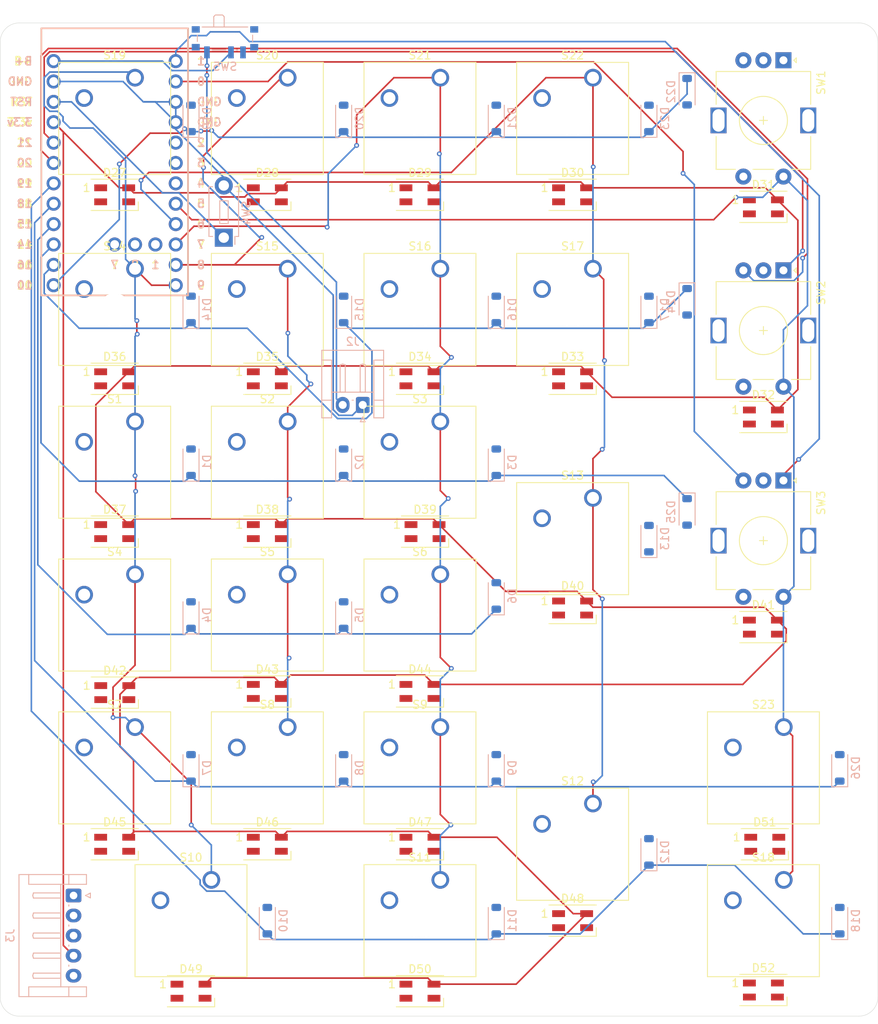
<source format=kicad_pcb>
(kicad_pcb (version 20240108) (generator "pcbnew") (generator_version "8.0")
  (layers (0 "F.Cu" signal) (31 "B.Cu" signal) (34 "B.Paste" user) (35 "F.Paste" user) (36 "B.SilkS" user "B.Silkscreen") (37 "F.SilkS" user "F.Silkscreen") (38 "B.Mask" user) (39 "F.Mask" user) (44 "Edge.Cuts" user))
  (net 0 "")
  (net 1 "Net-(D1-A)")
  (net 2 "Row 3")
  (net 3 "Net-(D2-A)")
  (net 4 "Net-(D3-A)")
  (net 5 "Row 4")
  (net 6 "Net-(D4-A)")
  (net 7 "Net-(D5-A)")
  (net 8 "Net-(D6-A)")
  (net 9 "Column 4")
  (net 10 "Net-(D7-A)")
  (net 11 "Net-(D8-A)")
  (net 12 "Net-(D9-A)")
  (net 13 "Net-(D10-A)")
  (net 14 "Row 6")
  (net 15 "Net-(D11-A)")
  (net 16 "Net-(D12-A)")
  (net 17 "Net-(D13-A)")
  (net 18 "Row 2")
  (net 19 "Net-(D14-A)")
  (net 20 "Net-(D15-A)")
  (net 21 "Net-(D16-A)")
  (net 22 "Net-(D17-A)")
  (net 23 "Net-(D18-A)")
  (net 24 "Row 1")
  (net 25 "Net-(D19-A)")
  (net 26 "Net-(D20-A)")
  (net 27 "Net-(D21-A)")
  (net 28 "Net-(D22-A)")
  (net 29 "Net-(D23-A)")
  (net 30 "Net-(D24-A)")
  (net 31 "Net-(D25-A)")
  (net 32 "Net-(D26-A)")
  (net 33 "VCC")
  (net 34 "Net-(D27-DOUT)")
  (net 35 "GND")
  (net 36 "RGB")
  (net 37 "Net-(D28-DOUT)")
  (net 38 "Net-(D29-DOUT)")
  (net 39 "Net-(D30-DOUT)")
  (net 40 "Net-(D31-DOUT)")
  (net 41 "Net-(D32-DOUT)")
  (net 42 "Net-(D33-DOUT)")
  (net 43 "Net-(D34-DOUT)")
  (net 44 "Net-(D35-DOUT)")
  (net 45 "Net-(D36-DOUT)")
  (net 46 "Net-(D37-DOUT)")
  (net 47 "Net-(D38-DOUT)")
  (net 48 "Net-(D39-DOUT)")
  (net 49 "Net-(D40-DOUT)")
  (net 50 "Net-(D40-DIN)")
  (net 51 "Net-(D41-DOUT)")
  (net 52 "Net-(D42-DOUT)")
  (net 53 "Net-(D43-DOUT)")
  (net 54 "Net-(D44-DOUT)")
  (net 55 "Net-(D45-DOUT)")
  (net 56 "Net-(D46-DOUT)")
  (net 57 "Net-(D47-DOUT)")
  (net 58 "Net-(D49-DOUT)")
  (net 59 "Net-(D50-DOUT)")
  (net 60 "Net-(D51-DOUT)")
  (net 62 "SDA")
  (net 63 "INT")
  (net 64 "Net-(J2-Pin_2)")
  (net 65 "Column 1")
  (net 66 "Column 2")
  (net 67 "Column 3")
  (net 68 "Column 5")
  (net 69 "B1")
  (net 70 "A1")
  (net 71 "A2")
  (net 72 "B2")
  (net 73 "B3")
  (net 74 "A3")
  (net 75 "RST")
  (net 76 "B+")
  (net 77 "SCL")
  (net 81 "Row 5")
  (footprint "Button_Switch_Keyboard:SW_Cherry_MX_1.00u_PCB" (layer "F.Cu") (at 107.315 156.845)
    (property "Reference" "S11")
    (property "Value" "Keyswitch")
  )
  (footprint "Button_Switch_Keyboard:SW_Cherry_MX_1.00u_PCB" (layer "F.Cu") (at 126.365 109.22)
    (property "Reference" "S13")
    (property "Value" "Keyswitch")
  )
  (footprint "LED_SMD:LED_SK6812MINI_PLCC4_3.5x3.5mm_P1.75mm" (layer "F.Cu") (at 147.6375 170.575)
    (property "Reference" "D52")
    (property "Value" "LED_SK6812MINI")
  )
  (footprint "LED_SMD:LED_SK6812MINI_PLCC4_3.5x3.5mm_P1.75mm" (layer "F.Cu") (at 85.725 71.4375)
    (property "Reference" "D28")
    (property "Value" "LED_SK6812MINI")
  )
  (footprint "Button_Switch_Keyboard:SW_Cherry_MX_1.00u_PCB" (layer "F.Cu") (at 126.365 147.32)
    (property "Reference" "S12")
    (property "Value" "Keyswitch")
  )
  (footprint "Button_Switch_Keyboard:SW_Cherry_MX_1.00u_PCB" (layer "F.Cu") (at 69.215 80.645)
    (property "Reference" "S14")
    (property "Value" "Keyswitch")
  )
  (footprint "LED_SMD:LED_SK6812MINI_PLCC4_3.5x3.5mm_P1.75mm" (layer "F.Cu") (at 105.40625 113.425)
    (property "Reference" "D39")
    (property "Value" "LED_SK6812MINI")
  )
  (footprint "Button_Switch_Keyboard:SW_Cherry_MX_1.00u_PCB" (layer "F.Cu") (at 88.265 118.745)
    (property "Reference" "S5")
    (property "Value" "Keyswitch")
  )
  (footprint "Button_Switch_Keyboard:SW_Cherry_MX_1.00u_PCB" (layer "F.Cu") (at 126.365 80.645)
    (property "Reference" "S17")
    (property "Value" "Keyswitch")
  )
  (footprint "Rotary_Encoder:RotaryEncoder_Alps_EC11E-Switch_Vertical_H20mm" (layer "F.Cu") (at 150.1375 80.85625 -90)
    (property "Reference" "SW2")
    (property "Value" "RotaryEncoder_Switch_MP")
  )
  (footprint "LED_SMD:LED_SK6812MINI_PLCC4_3.5x3.5mm_P1.75mm" (layer "F.Cu") (at 123.825 161.925)
    (property "Reference" "D48")
    (property "Value" "LED_SK6812MINI")
  )
  (footprint "LED_SMD:LED_SK6812MINI_PLCC4_3.5x3.5mm_P1.75mm" (layer "F.Cu") (at 66.675 71.4375)
    (property "Reference" "D27")
    (property "Value" "LED_SK6812MINI")
  )
  (footprint "Button_Switch_Keyboard:SW_Cherry_MX_1.00u_PCB" (layer "F.Cu") (at 88.265 80.645)
    (property "Reference" "S15")
    (property "Value" "Keyswitch")
  )
  (footprint "LED_SMD:LED_SK6812MINI_PLCC4_3.5x3.5mm_P1.75mm" (layer "F.Cu") (at 85.725 113.425)
    (property "Reference" "D38")
    (property "Value" "LED_SK6812MINI")
  )
  (footprint "Button_Switch_Keyboard:SW_Cherry_MX_1.00u_PCB" (layer "F.Cu") (at 150.1775 137.795)
    (property "Reference" "S23")
    (property "Value" "Keyswitch")
  )
  (footprint "LED_SMD:LED_SK6812MINI_PLCC4_3.5x3.5mm_P1.75mm" (layer "F.Cu") (at 66.69 133.4975)
    (property "Reference" "D42")
    (property "Value" "LED_SK6812MINI")
  )
  (footprint "LED_SMD:LED_SK6812MINI_PLCC4_3.5x3.5mm_P1.75mm" (layer "F.Cu") (at 123.825 71.4375)
    (property "Reference" "D30")
    (property "Value" "LED_SK6812MINI")
  )
  (footprint "Rotary_Encoder:RotaryEncoder_Alps_EC11E-Switch_Vertical_H20mm" (layer "F.Cu") (at 150.1375 54.6625 -90)
    (property "Reference" "SW1")
    (property "Value" "RotaryEncoder_Switch_MP")
  )
  (footprint "LED_SMD:LED_SK6812MINI_PLCC4_3.5x3.5mm_P1.75mm" (layer "F.Cu") (at 85.725 94.375)
    (property "Reference" "D35")
    (property "Value" "LED_SK6812MINI")
  )
  (footprint "LED_SMD:LED_SK6812MINI_PLCC4_3.5x3.5mm_P1.75mm" (layer "F.Cu") (at 147.6375 72.9375)
    (property "Reference" "D31")
    (property "Value" "LED_SK6812MINI")
  )
  (footprint "Button_Switch_Keyboard:SW_Cherry_MX_1.00u_PCB" (layer "F.Cu") (at 88.265 137.795)
    (property "Reference" "S8")
    (property "Value" "Keyswitch")
  )
  (footprint "Button_Switch_Keyboard:SW_Cherry_MX_1.00u_PCB" (layer "F.Cu") (at 88.265 56.8325)
    (property "Reference" "S20")
    (property "Value" "Keyswitch")
  )
  (footprint "Button_Switch_Keyboard:SW_Cherry_MX_1.00u_PCB" (layer "F.Cu") (at 107.315 118.745)
    (property "Reference" "S6")
    (property "Value" "Keyswitch")
  )
  (footprint "LED_SMD:LED_SK6812MINI_PLCC4_3.5x3.5mm_P1.75mm" (layer "F.Cu") (at 147.6375 99.1375)
    (property "Reference" "D32")
    (property "Value" "LED_SK6812MINI")
  )
  (footprint "LED_SMD:LED_SK6812MINI_PLCC4_3.5x3.5mm_P1.75mm" (layer "F.Cu") (at 76.2 170.71975)
    (property "Reference" "D49")
    (property "Value" "LED_SK6812MINI")
  )
  (footprint "LED_SMD:LED_SK6812MINI_PLCC4_3.5x3.5mm_P1.75mm" (layer "F.Cu") (at 66.675 113.425)
    (property "Reference" "D37")
    (property "Value" "LED_SK6812MINI")
  )
  (footprint "Button_Switch_Keyboard:SW_Cherry_MX_1.00u_PCB" (layer "F.Cu") (at 88.265 99.695)
    (property "Reference" "S2")
    (property "Value" "Keyswitch")
  )
  (footprint "Button_Switch_Keyboard:SW_Cherry_MX_1.00u_PCB" (layer "F.Cu") (at 78.74 156.845)
    (property "Reference" "S10")
    (property "Value" "Keyswitch")
  )
  (footprint "Button_Switch_Keyboard:SW_Cherry_MX_1.00u_PCB" (layer "F.Cu") (at 150.1775 156.845)
    (property "Reference" "S18")
    (property "Value" "Keyswitch")
  )
  (footprint "Button_Switch_Keyboard:SW_Cherry_MX_1.00u_PCB" (layer "F.Cu") (at 107.315 56.8325)
    (property "Reference" "S21")
    (property "Value" "Keyswitch")
  )
  (footprint "LED_SMD:LED_SK6812MINI_PLCC4_3.5x3.5mm_P1.75mm" (layer "F.Cu") (at 123.825 122.95)
    (property "Reference" "D40")
    (property "Value" "LED_SK6812MINI")
  )
  (footprint "Button_Switch_Keyboard:SW_Cherry_MX_1.00u_PCB" (layer "F.Cu") (at 69.215 56.8325)
    (property "Reference" "S19")
    (property "Value" "Keyswitch")
  )
  (footprint "Button_Switch_Keyboard:SW_Cherry_MX_1.00u_PCB" (layer "F.Cu") (at 126.365 56.8325)
    (property "Reference" "S22")
    (property "Value" "Keyswitch")
  )
  (footprint "Button_Switch_Keyboard:SW_Cherry_MX_1.00u_PCB" (layer "F.Cu") (at 107.315 80.645)
    (property "Reference" "S16")
    (property "Value" "Keyswitch")
  )
  (footprint "Button_Switch_Keyboard:SW_Cherry_MX_1.00u_PCB" (layer "F.Cu") (at 69.215 99.695)
    (property "Reference" "S1")
    (property "Value" "Keyswitch")
  )
  (footprint "Button_Switch_Keyboard:SW_Cherry_MX_1.00u_PCB" (layer "F.Cu") (at 107.315 137.795)
    (property "Reference" "S9")
    (property "Value" "Keyswitch")
  )
  (footprint "LED_SMD:LED_SK6812MINI_PLCC4_3.5x3.5mm_P1.75mm" (layer "F.Cu") (at 104.775 94.375)
    (property "Reference" "D34")
    (property "Value" "LED_SK6812MINI")
  )
  (footprint "LED_SMD:LED_SK6812MINI_PLCC4_3.5x3.5mm_P1.75mm" (layer "F.Cu") (at 147.80625 152.4)
    (property "Reference" "D51")
    (property "Value" "LED_SK6812MINI")
  )
  (footprint "LED_SMD:LED_SK6812MINI_PLCC4_3.5x3.5mm_P1.75mm" (layer "F.Cu") (at 147.6375 125.33125)
    (property "Reference" "D41")
    (property "Value" "LED_SK6812MINI")
  )
  (footprint "Button_Switch_Keyboard:SW_Cherry_MX_1.00u_PCB" (layer "F.Cu") (at 69.215 137.795)
    (property "Reference" "S7")
    (property "Value" "Keyswitch")
  )
  (footprint "Button_Switch_Keyboard:SW_Cherry_MX_1.00u_PCB" (layer "F.Cu") (at 107.315 99.695)
    (property "Reference" "S3")
    (property "Value" "Keyswitch")
  )
  (footprint "LED_SMD:LED_SK6812MINI_PLCC4_3.5x3.5mm_P1.75mm" (layer "F.Cu") (at 104.775 133.35)
    (property "Reference" "D44")
    (property "Value" "LED_SK6812MINI")
  )
  (footprint "Button_Switch_Keyboard:SW_Cherry_MX_1.00u_PCB" (layer "F.Cu") (at 69.215 118.745)
    (property "Reference" "S4")
    (property "Value" "Keyswitch")
  )
  (footprint "LED_SMD:LED_SK6812MINI_PLCC4_3.5x3.5mm_P1.75mm" (layer "F.Cu") (at 104.775 71.4375)
    (property "Reference" "D29")
    (property "Value" "LED_SK6812MINI")
  )
  (footprint "LED_SMD:LED_SK6812MINI_PLCC4_3.5x3.5mm_P1.75mm" (layer "F.Cu") (at 104.775 152.4)
    (property "Reference" "D47")
    (property "Value" "LED_SK6812MINI")
  )
  (footprint "LED_SMD:LED_SK6812MINI_PLCC4_3.5x3.5mm_P1.75mm" (layer "F.Cu") (at 66.675 94.375)
    (property "Reference" "D36")
    (property "Value" "LED_SK6812MINI")
  )
  (footprint "LED_SMD:LED_SK6812MINI_PLCC4_3.5x3.5mm_P1.75mm" (layer "F.Cu") (at 104.775 170.71975)
    (property "Reference" "D50")
    (property "Value" "LED_SK6812MINI")
  )
  (footprint "LED_SMD:LED_SK6812MINI_PLCC4_3.5x3.5mm_P1.75mm" (layer "F.Cu") (at 123.825 94.375)
    (property "Reference" "D33")
    (property "Value" "LED_SK6812MINI")
  )
  (footprint "Rotary_Encoder:RotaryEncoder_Alps_EC11E-Switch_Vertical_H20mm" (layer "F.Cu") (at 150.1375 107.05 -90)
    (property "Reference" "SW3")
    (property "Value" "RotaryEncoder_Switch_MP")
  )
  (footprint "LED_SMD:LED_SK6812MINI_PLCC4_3.5x3.5mm_P1.75mm" (layer "F.Cu") (at 85.725 152.4)
    (property "Reference" "D46")
    (property "Value" "LED_SK6812MINI")
  )
  (footprint "LED_SMD:LED_SK6812MINI_PLCC4_3.5x3.5mm_P1.75mm" (layer "F.Cu") (at 85.725 133.35)
    (property "Reference" "D43")
    (property "Value" "LED_SK6812MINI")
  )
  (footprint "LED_SMD:LED_SK6812MINI_PLCC4_3.5x3.5mm_P1.75mm" (layer "F.Cu") (at 66.675 152.4)
    (property "Reference" "D45")
    (property "Value" "LED_SK6812MINI")
  )
  (footprint "Diode_SMD:D_SOD-123" (layer "B.Cu") (at 133.35 114.3 90)
    (property "Reference" "D13")
    (property "Value" "Diode")
  )
  (footprint "Diode_SMD:D_SOD-123" (layer "B.Cu") (at 114.3 61.9125 90)
    (property "Reference" "D21")
    (property "Value" "1N4148WT")
  )
  (footprint "Diode_SMD:D_SOD-123" (layer "B.Cu") (at 114.3 121.44375 90)
    (property "Reference" "D6")
    (property "Value" "Diode")
  )
  (footprint "Diode_SMD:D_SOD-123" (layer "B.Cu") (at 138.1125 110.96625 -90)
    (property "Reference" "D25")
    (property "Value" "1N4148WT")
  )
  (footprint "Diode_SMD:D_SOD-123" (layer "B.Cu") (at 114.3 142.875 90)
    (property "Reference" "D9")
    (property "Value" "Diode")
  )
  (footprint "Diode_SMD:D_SOD-123" (layer "B.Cu") (at 114.3 104.775 90)
    (property "Reference" "D3")
    (property "Value" "Diode")
  )
  (footprint "Diode_SMD:D_SOD-123" (layer "B.Cu") (at 95.25 142.875 90)
    (property "Reference" "D8")
    (property "Value" "Diode")
  )
  (footprint "Diode_SMD:D_SOD-123" (layer "B.Cu") (at 95.25 123.825 90)
    (property "Reference" "D5")
    (property "Value" "Diode")
  )
  (footprint "Diode_SMD:D_SOD-123" (layer "B.Cu") (at 157.1625 142.875 90)
    (property "Reference" "D26")
    (property "Value" "Diode")
  )
  (footprint "Diode_SMD:D_SOD-123" (layer "B.Cu") (at 133.35 153.3525 90)
    (property "Reference" "D12")
    (property "Value" "Diode")
  )
  (footprint "Connector_JST:JST_EH_S5B-EH_1x05_P2.50mm_Horizontal" (layer "B.Cu") (at 61.5425 158.7875 -90)
    (property "Reference" "J3")
    (property "Value" "Conn_01x05_Pin")
  )
  (footprint "Diode_SMD:D_SOD-123" (layer "B.Cu") (at 76.2 85.725 90)
    (property "Reference" "D14")
    (property "Value" "Diode")
  )
  (footprint "Diode_SMD:D_SOD-123" (layer "B.Cu") (at 133.35 85.725 90)
    (property "Reference" "D17")
    (property "Value" "Diode")
  )
  (footprint "Button_Switch_SMD:SW_SPDT_PCM12" (layer "B.Cu") (at 80.44 52.2475)
    (property "Reference" "SW5")
    (property "Value" "SW_SPST")
  )
  (footprint "ScottoKeebs_Components:Button_MJTP1243" (layer "B.Cu") (at 80.29 76.7775 90)
    (property "Reference" "SW4")
    (property "Value" "SW_Push")
  )
  (footprint "Diode_SMD:D_SOD-123" (layer "B.Cu") (at 138.1125 84.7725 -90)
    (property "Reference" "D24")
    (property "Value" "1N4148WT")
  )
  (footprint "Diode_SMD:D_SOD-123" (layer "B.Cu") (at 76.2 142.875 90)
    (property "Reference" "D7")
    (property "Value" "Diode")
  )
  (footprint "Diode_SMD:D_SOD-123" (layer "B.Cu") (at 95.25 104.775 90)
    (property "Reference" "D2")
    (property "Value" "Diode")
  )
  (footprint "Diode_SMD:D_SOD-123" (layer "B.Cu") (at 114.3 85.725 90)
    (property "Reference" "D16")
    (property "Value" "Diode")
  )
  (footprint "Diode_SMD:D_SOD-123" (layer "B.Cu") (at 95.25 85.725 90)
    (property "Reference" "D15")
    (property "Value" "Diode")
  )
  (footprint "Connector_JST:JST_EH_S2B-EH_1x02_P2.50mm_Horizontal" (layer "B.Cu") (at 97.63125 97.63125 180)
    (property "Reference" "J2")
    (property "Value" "Conn_01x02_Socket")
  )
  (footprint "Diode_SMD:D_SOD-123" (layer "B.Cu") (at 95.25 61.9125 90)
    (property "Reference" "D20")
    (property "Value" "1N4148WT")
  )
  (footprint "Diode_SMD:D_SOD-123" (layer "B.Cu") (at 76.2 104.775 90)
    (property "Reference" "D1")
    (property "Value" "Diode")
  )
  (footprint "Diode_SMD:D_SOD-123" (layer "B.Cu") (at 114.3 161.925 90)
    (property "Reference" "D11")
    (property "Value" "Diode")
  )
  (footprint "Diode_SMD:D_SOD-123" (layer "B.Cu") (at 138.1125 58.57875 -90)
    (property "Reference" "D22")
    (property "Value" "1N4148WT")
  )
  (footprint "Diode_SMD:D_SOD-123" (layer "B.Cu") (at 133.35 61.9125 90)
    (property "Reference" "D23")
    (property "Value" "1N4148WT")
  )
  (footprint "Diode_SMD:D_SOD-123" (layer "B.Cu") (at 76.2 123.825 90)
    (property "Reference" "D4")
    (property "Value" "Diode")
  )
  (footprint "ScottoKeebs_MCU:Nice_Nano_V2" (layer "B.Cu") (at 66.675 68.45875 180)
    (property "Reference" "U1" (hide yes))
    (property "Value" "Nice_Nano_V2" (hide yes))
  )
  (footprint "Diode_SMD:D_SOD-123" (layer "B.Cu") (at 157.1625 161.925 90)
    (property "Reference" "D18")
    (property "Value" "Diode")
  )
  (footprint "Diode_SMD:D_SOD-123" (layer "B.Cu") (at 76.2 61.9125 90)
    (property "Reference" "D19")
    (property "Value" "Diode")
  )
  (footprint "Diode_SMD:D_SOD-123" (layer "B.Cu") (at 85.725 161.925 90)
    (property "Reference" "D10")
    (property "Value" "Diode")
  )
  (gr_arc (start 161.925 171.45) (mid 161.227548 173.133798) (end 159.54375 173.83125) (stroke (width 0.05)) (layer "Edge.Cuts"))
  (gr_line (start 161.925 171.45) (end 161.925 52.3875) (stroke (width 0.05)) (layer "Edge.Cuts"))
  (gr_arc (start 52.3875 52.3875) (mid 53.084952 50.703702) (end 54.76875 50.00625) (stroke (width 0.05)) (layer "Edge.Cuts"))
  (gr_arc (start 159.54375 50.00625) (mid 161.227548 50.703702) (end 161.925 52.3875) (stroke (width 0.05)) (layer "Edge.Cuts"))
  (gr_line (start 52.3875 52.3875) (end 52.3875 171.45) (stroke (width 0.05)) (layer "Edge.Cuts"))
  (gr_line (start 54.76875 173.83125) (end 159.54375 173.83125) (stroke (width 0.05)) (layer "Edge.Cuts"))
  (gr_arc (start 54.76875 173.83125) (mid 53.084952 173.133798) (end 52.3875 171.45) (stroke (width 0.05)) (layer "Edge.Cuts"))
  (gr_line (start 159.54375 50.00625) (end 54.76875 50.00625) (stroke (width 0.05)) (layer "Edge.Cuts"))
  (segment (start 95.25 106.425) (end 95.95 107.125) (width 0.2) (layer "B.Cu") (net 2))
  (segment (start 135.22125 106.425) (end 138.1125 109.31625) (width 0.2) (layer "B.Cu") (net 2))
  (segment (start 76.9 107.125) (end 94.55 107.125) (width 0.2) (layer "B.Cu") (net 2))
  (segment (start 59.055 77.62875) (end 57.4787 79.20505) (width 0.2) (layer "B.Cu") (net 2))
  (segment (start 62.26 107.1375) (end 75.4875 107.1375) (width 0.2) (layer "B.Cu") (net 2))
  (segment (start 114.3 106.425) (end 135.22125 106.425) (width 0.2) (layer "B.Cu") (net 2))
  (segment (start 57.4787 102.3562) (end 62.26 107.1375) (width 0.2) (layer "B.Cu") (net 2))
  (segment (start 76.2 106.425) (end 76.9 107.125) (width 0.2) (layer "B.Cu") (net 2))
  (segment (start 113.6 107.125) (end 114.3 106.425) (width 0.2) (layer "B.Cu") (net 2))
  (segment (start 94.55 107.125) (end 95.25 106.425) (width 0.2) (layer "B.Cu") (net 2))
  (segment (start 75.4875 107.1375) (end 76.2 106.425) (width 0.2) (layer "B.Cu") (net 2))
  (segment (start 95.95 107.125) (end 113.6 107.125) (width 0.2) (layer "B.Cu") (net 2))
  (segment (start 57.4787 79.20505) (end 57.4787 102.3562) (width 0.2) (layer "B.Cu") (net 2))
  (segment (start 95.95 126.175) (end 111.21875 126.175) (width 0.2) (layer "B.Cu") (net 5))
  (segment (start 95.25 125.475) (end 95.95 126.175) (width 0.2) (layer "B.Cu") (net 5))
  (segment (start 59.055 75.08875) (end 57.0787 77.06505) (width 0.2) (layer "B.Cu") (net 5))
  (segment (start 75.4375 126.2375) (end 76.2 125.475) (width 0.2) (layer "B.Cu") (net 5))
  (segment (start 76.9 126.175) (end 94.55 126.175) (width 0.2) (layer "B.Cu") (net 5))
  (segment (start 111.21875 126.175) (end 114.3 123.09375) (width 0.2) (layer "B.Cu") (net 5))
  (segment (start 65.764098 126.2375) (end 75.4375 126.2375) (width 0.2) (layer "B.Cu") (net 5))
  (segment (start 57.0787 117.552102) (end 65.764098 126.2375) (width 0.2) (layer "B.Cu") (net 5))
  (segment (start 76.2 125.475) (end 76.9 126.175) (width 0.2) (layer "B.Cu") (net 5))
  (segment (start 94.55 126.175) (end 95.25 125.475) (width 0.2) (layer "B.Cu") (net 5))
  (segment (start 57.0787 77.06505) (end 57.0787 117.552102) (width 0.2) (layer "B.Cu") (net 5))
  (segment (start 126.365 109.22) (end 126.365 120.6525) (width 0.2) (layer "F.Cu") (net 9))
  (segment (start 126.365 56.8325) (end 126.365 67.9225) (width 0.2) (layer "F.Cu") (net 9))
  (segment (start 127.704093 81.984093) (end 127.704093 92.001593) (width 0.2) (layer "F.Cu") (net 9))
  (segment (start 108.69245 68.64505) (end 120.505 56.8325) (width 0.2) (layer "F.Cu") (net 9))
  (segment (start 126.365 80.645) (end 127.704093 81.984093) (width 0.2) (layer "F.Cu") (net 9))
  (segment (start 126.365 120.6525) (end 127.53 121.8175) (width 0.2) (layer "F.Cu") (net 9))
  (segment (start 127.704093 92.001593) (end 127.8 92.0975) (width 0.2) (layer "F.Cu") (net 9))
  (segment (start 70.94245 68.64505) (end 108.69245 68.64505) (width 0.2) (layer "F.Cu") (net 9))
  (segment (start 126.365 104.3225) (end 126.365 109.22) (width 0.2) (layer "F.Cu") (net 9))
  (segment (start 120.505 56.8325) (end 126.365 56.8325) (width 0.2) (layer "F.Cu") (net 9))
  (segment (start 126.365 67.9225) (end 126.4 67.9575) (width 0.2) (layer "F.Cu") (net 9))
  (segment (start 126.4 144.625) (end 126.365 144.66) (width 0.2) (layer "F.Cu") (net 9))
  (segment (start 126.365 144.66) (end 126.365 147.32) (width 0.2) (layer "F.Cu") (net 9))
  (segment (start 69.96 69.6275) (end 70.94245 68.64505) (width 0.2) (layer "F.Cu") (net 9))
  (segment (start 127.52 103.1675) (end 126.365 104.3225) (width 0.2) (layer "F.Cu") (net 9))
  (via (at 127.8 92.0975) (size 0.6) (drill 0.3) (layers "F.Cu" "B.Cu") (net 9))
  (via (at 126.4 67.9575) (size 0.6) (drill 0.3) (layers "F.Cu" "B.Cu") (net 9))
  (via (at 69.96 69.6275) (size 0.6) (drill 0.3) (layers "F.Cu" "B.Cu") (net 9))
  (via (at 127.52 103.1675) (size 0.6) (drill 0.3) (layers "F.Cu" "B.Cu") (net 9))
  (via (at 126.4 144.625) (size 0.6) (drill 0.3) (layers "F.Cu" "B.Cu") (net 9))
  (via (at 127.53 121.8175) (size 0.6) (drill 0.3) (layers "F.Cu" "B.Cu") (net 9))
  (segment (start 126.365 144.825) (end 126.365 144.66) (width 0.2) (layer "B.Cu") (net 9))
  (segment (start 127.8 102.8875) (end 127.52 103.1675) (width 0.2) (layer "B.Cu") (net 9))
  (segment (start 126.365 67.9925) (end 126.365 80.645) (width 0.2) (layer "B.Cu") (net 9))
  (segment (start 126.365 144.66) (end 126.4 144.625) (width 0.2) (layer "B.Cu") (net 9))
  (segment (start 127.53 143.8375) (end 126.5425 144.825) (width 0.2) (layer "B.Cu") (net 9))
  (segment (start 126.4 67.9575) (end 126.365 67.9925) (width 0.2) (layer "B.Cu") (net 9))
  (segment (start 127.8 92.0975) (end 127.8 102.8875) (width 0.2) (layer "B.Cu") (net 9))
  (segment (start 127.53 121.8175) (end 127.53 143.8375) (width 0.2) (layer "B.Cu") (net 9))
  (segment (start 126.5425 144.825) (end 126.365 144.825) (width 0.2) (layer "B.Cu") (net 9))
  (segment (start 69.96 70.75375) (end 69.96 69.6275) (width 0.2) (layer "B.Cu") (net 9))
  (segment (start 74.295 75.08875) (end 69.96 70.75375) (width 0.2) (layer "B.Cu") (net 9))
  (segment (start 77.34 156.863402) (end 77.34 157.424899) (width 0.2) (layer "B.Cu") (net 14))
  (segment (start 59.055 70.00875) (end 56.2787 72.78505) (width 0.2) (layer "B.Cu") (net 14))
  (segment (start 114.3 163.575) (end 124.7775 163.575) (width 0.2) (layer "B.Cu") (net 14))
  (segment (start 56.2787 135.802102) (end 77.34 156.863402) (width 0.2) (layer "B.Cu") (net 14))
  (segment (start 78.160101 158.245) (end 80.395 158.245) (width 0.2) (layer "B.Cu") (net 14))
  (segment (start 152.610902 163.575) (end 157.1625 163.575) (width 0.2) (layer "B.Cu") (net 14))
  (segment (start 80.395 158.245) (end 85.725 163.575) (width 0.2) (layer "B.Cu") (net 14))
  (segment (start 144.038402 155.0025) (end 152.610902 163.575) (width 0.2) (layer "B.Cu") (net 14))
  (segment (start 56.2787 72.78505) (end 56.2787 135.802102) (width 0.2) (layer "B.Cu") (net 14))
  (segment (start 77.34 157.424899) (end 78.160101 158.245) (width 0.2) (layer "B.Cu") (net 14))
  (segment (start 85.725 163.575) (end 86.425 164.275) (width 0.2) (layer "B.Cu") (net 14))
  (segment (start 124.7775 163.575) (end 133.35 155.0025) (width 0.2) (layer "B.Cu") (net 14))
  (segment (start 86.425 164.275) (end 113.6 164.275) (width 0.2) (layer "B.Cu") (net 14))
  (segment (start 133.35 155.0025) (end 144.038402 155.0025) (width 0.2) (layer "B.Cu") (net 14))
  (segment (start 113.6 164.275) (end 114.3 163.575) (width 0.2) (layer "B.Cu") (net 14))
  (segment (start 57.8787 83.705756) (end 62.247944 88.075) (width 0.2) (layer "B.Cu") (net 18))
  (segment (start 95.25 87.375) (end 95.95 88.075) (width 0.2) (layer "B.Cu") (net 18))
  (segment (start 62.247944 88.075) (end 75.5 88.075) (width 0.2) (layer "B.Cu") (net 18))
  (segment (start 98.78125 98.615994) (end 98.78125 90.90625) (width 0.2) (layer "B.Cu") (net 18))
  (segment (start 75.5 88.075) (end 76.2 87.375) (width 0.2) (layer "B.Cu") (net 18))
  (segment (start 114.3 87.375) (end 115 88.075) (width 0.2) (layer "B.Cu") (net 18))
  (segment (start 59.055 80.16875) (end 57.8787 81.34505) (width 0.2) (layer "B.Cu") (net 18))
  (segment (start 95.95 88.075) (end 113.6 88.075) (width 0.2) (layer "B.Cu") (net 18))
  (segment (start 115 88.075) (end 132.65 88.075) (width 0.2) (layer "B.Cu") (net 18))
  (segment (start 113.6 88.075) (end 114.3 87.375) (width 0.2) (layer "B.Cu") (net 18))
  (segment (start 83.232968 88.075) (end 94.489218 99.33125) (width 0.2) (layer "B.Cu") (net 18))
  (segment (start 98.065994 99.33125) (end 98.78125 98.615994) (width 0.2) (layer "B.Cu") (net 18))
  (segment (start 133.35 87.375) (end 133.86 87.375) (width 0.2) (layer "B.Cu") (net 18))
  (segment (start 132.65 88.075) (end 133.35 87.375) (width 0.2) (layer "B.Cu") (net 18))
  (segment (start 94.489218 99.33125) (end 98.065994 99.33125) (width 0.2) (layer "B.Cu") (net 18))
  (segment (start 98.78125 90.90625) (end 95.25 87.375) (width 0.2) (layer "B.Cu") (net 18))
  (segment (start 76.9 88.075) (end 83.232968 88.075) (width 0.2) (layer "B.Cu") (net 18))
  (segment (start 76.2 87.375) (end 76.9 88.075) (width 0.2) (layer "B.Cu") (net 18))
  (segment (start 133.86 87.375) (end 138.1125 83.1225) (width 0.2) (layer "B.Cu") (net 18))
  (segment (start 57.8787 81.34505) (end 57.8787 83.705756) (width 0.2) (layer "B.Cu") (net 18))
  (segment (start 74.856358 63.75245) (end 75.4012 63.207608) (width 0.2) (layer "F.Cu") (net 24))
  (segment (start 78.71 63.4875) (end 78.78 63.4175) (width 0.2) (layer "F.Cu") (net 24))
  (segment (start 67.25 67.5975) (end 71.09505 63.75245) (width 0.2) (layer "F.Cu") (net 24))
  (segment (start 77.44 63.4875) (end 78.71 63.4875) (width 0.2) (layer "F.Cu") (net 24))
  (segment (start 71.09505 63.75245) (end 74.856358 63.75245) (width 0.2) (layer "F.Cu") (net 24))
  (via (at 75.4012 63.207608) (size 0.6) (drill 0.3) (layers "F.Cu" "B.Cu") (net 24))
  (via (at 77.44 63.4875) (size 0.6) (drill 0.3) (layers "F.Cu" "B.Cu") (net 24))
  (via (at 67.25 67.5975) (size 0.6) (drill 0.3) (layers "F.Cu" "B.Cu") (net 24))
  (via (at 78.78 63.4175) (size 0.6) (drill 0.3) (layers "F.Cu" "B.Cu") (net 24))
  (segment (start 78.78 63.4175) (end 79.625 64.2625) (width 0.2) (layer "B.Cu") (net 24))
  (segment (start 133.425 63.5625) (end 138.1125 58.875) (width 0.2) (layer "B.Cu") (net 24))
  (segment (start 67.25 74.51375) (end 67.25 67.5975) (width 0.2) (layer "B.Cu") (net 24))
  (segment (start 76.2 63.5625) (end 77.365 63.5625) (width 0.2) (layer "B.Cu") (net 24))
  (segment (start 132.65 64.2625) (end 133.35 63.5625) (width 0.2) (layer "B.Cu") (net 24))
  (segment (start 79.625 64.2625) (end 94.55 64.2625) (width 0.2) (layer "B.Cu") (net 24))
  (segment (start 75.4012 63.207608) (end 75.845108 63.207608) (width 0.2) (layer "B.Cu") (net 24))
  (segment (start 133.35 63.5625) (end 133.425 63.5625) (width 0.2) (layer "B.Cu") (net 24))
  (segment (start 94.55 64.2625) (end 95.25 63.5625) (width 0.2) (layer "B.Cu") (net 24))
  (segment (start 95.95 64.2625) (end 113.6 64.2625) (width 0.2) (layer "B.Cu") (net 24))
  (segment (start 95.25 63.5625) (end 95.95 64.2625) (width 0.2) (layer "B.Cu") (net 24))
  (segment (start 138.1125 58.875) (end 138.1125 56.92875) (width 0.2) (layer "B.Cu") (net 24))
  (segment (start 59.055 82.70875) (end 67.25 74.51375) (width 0.2) (layer "B.Cu") (net 24))
  (segment (start 75.845108 63.207608) (end 76.2 63.5625) (width 0.2) (layer "B.Cu") (net 24))
  (segment (start 113.6 64.2625) (end 114.3 63.5625) (width 0.2) (layer "B.Cu") (net 24))
  (segment (start 114.3 63.5625) (end 115 64.2625) (width 0.2) (layer "B.Cu") (net 24))
  (segment (start 77.365 63.5625) (end 77.44 63.4875) (width 0.2) (layer "B.Cu") (net 24))
  (segment (start 115 64.2625) (end 132.65 64.2625) (width 0.2) (layer "B.Cu") (net 24))
  (segment (start 151.9375 74.6125) (end 151.9375 95.7125) (width 0.2) (layer "F.Cu") (net 33))
  (segment (start 115.48375 120.8775) (end 124.3775 120.8775) (width 0.2) (layer "F.Cu") (net 33))
  (segment (start 69.025 150.925) (end 68.425 151.525) (width 0.2) (layer "F.Cu") (net 33))
  (segment (start 83.32 71.2875) (end 86.75 71.2875) (width 0.2) (layer "F.Cu") (net 33))
  (segment (start 88.2 150.8) (end 105.8 150.8) (width 0.2) (layer "F.Cu") (net 33))
  (segment (start 125.575 161.05) (end 116.78025 169.84475) (width 0.2) (layer "F.Cu") (net 33))
  (segment (start 150.4875 127.05) (end 145.0625 132.475) (width 0.2) (layer "F.Cu") (net 33))
  (segment (start 124.85 69.8375) (end 125.575 70.5625) (width 0.2) (layer "F.Cu") (net 33))
  (segment (start 67.22875 70.5625) (end 68.425 70.5625) (width 0.2) (layer "F.Cu") (net 33))
  (segment (start 147.8025 96.6775) (end 128.7525 96.6775) (width 0.2) (layer "F.Cu") (net 33))
  (segment (start 86.75 111.825) (end 87.475 112.55) (width 0.2) (layer "F.Cu") (net 33))
  (segment (start 69.15 111.825) (end 86.75 111.825) (width 0.2) (layer "F.Cu") (net 33))
  (segment (start 128.7525 96.6775) (end 125.575 93.5) (width 0.2) (layer "F.Cu") (net 33))
  (segment (start 79.182295 71.18505) (end 79.699745 71.7025) (width 0.2) (layer "F.Cu") (net 33))
  (segment (start 147.78125 122.85) (end 149.3875 124.45625) (width 0.2) (layer "F.Cu") (net 33))
  (segment (start 61.5425 166.2875) (end 60.2675 165.0125) (width 0.2) (layer "F.Cu") (net 33))
  (segment (start 106.525 70.5625) (end 107.25 69.8375) (width 0.2) (layer "F.Cu") (net 33))
  (segment (start 68.425 93.5) (end 64.325 97.6) (width 0.2) (layer "F.Cu") (net 33))
  (segment (start 79.699745 71.7025) (end 82.905 71.7025) (width 0.2) (layer "F.Cu") (net 33))
  (segment (start 78.70725 169.0875) (end 77.95 169.84475) (width 0.2) (layer "F.Cu") (net 33))
  (segment (start 106.525 93.5) (end 105.8 92.775) (width 0.2) (layer "F.Cu") (net 33))
  (segment (start 107.25 69.8375) (end 124.85 69.8375) (width 0.2) (layer "F.Cu") (net 33))
  (segment (start 59.055 62.38875) (end 67.22875 70.5625) (width 0.2) (layer "F.Cu") (net 33))
  (segment (start 68.44 132.6225) (end 67.34 133.7225) (width 0.2) (layer "F.Cu") (net 33))
  (segment (start 124.3775 120.8775) (end 125.575 122.075) (width 0.2) (layer "F.Cu") (net 33))
  (segment (start 150.4875 125.55625) (end 150.4875 127.05) (width 0.2) (layer "F.Cu") (net 33))
  (segment (start 86.6 131.6) (end 69.4625 131.6) (width 0.2) (layer "F.Cu") (net 33))
  (segment (start 105.8 92.775) (end 88.2 92.775) (width 0.2) (layer "F.Cu") (net 33))
  (segment (start 125.575 122.075) (end 126.35 122.85) (width 0.2) (layer "F.Cu") (net 33))
  (segment (start 149.3875 98.2625) (end 147.8025 96.6775) (width 0.2) (layer "F.Cu") (net 33))
  (segment (start 67.325 140.201598) (end 69.025 141.901598) (width 0.2) (layer "F.Cu") (net 33))
  (segment (start 106.525 132.475) (end 105.3575 131.3075) (width 0.2) (layer "F.Cu") (net 33))
  (segment (start 149.3875 124.45625) (end 150.4875 125.55625) (width 0.2) (layer "F.Cu") (net 33))
  (segment (start 69.025 141.901598) (end 69.025 150.925) (width 0.2) (layer "F.Cu") (net 33))
  (segment (start 125.575 93.5) (end 124.85 92.775) (width 0.2) (layer "F.Cu") (net 33))
  (segment (start 68.425 70.5625) (end 69.04755 71.18505) (width 0.2) (layer "F.Cu") (net 33))
  (segment (start 88.2 111.825) (end 106.43125 111.825) (width 0.2) (layer "F.Cu") (net 33))
  (segment (start 87.475 151.525) (end 88.2 150.8) (width 0.2) (layer "F.Cu") (net 33))
  (segment (start 106.525 169.84475) (end 105.76775 169.0875) (width 0.2) (layer "F.Cu") (net 33))
  (segment (start 88.2 92.775) (end 87.475 93.5) (width 0.2) (layer "F.Cu") (net 33))
  (segment (start 116.78025 169.84475) (end 106.525 169.84475) (width 0.2) (layer "F.Cu") (net 33))
  (segment (start 105.76775 169.0875) (end 78.70725 169.0875) (width 0.2) (layer "F.Cu") (net 33))
  (segment (start 67.34 140.186598) (end 67.325 140.201598) (width 0.2) (layer "F.Cu") (net 33))
  (segment (start 125.575 70.5625) (end 147.8875 70.5625) (width 0.2) (layer "F.Cu") (net 33))
  (segment (start 105.8 150.8) (end 106.525 151.525) (width 0.2) (layer "F.Cu") (net 33))
  (segment (start 67.34 133.7225) (end 67.34 140.186598) (width 0.2) (layer "F.Cu") (net 33))
  (segment (start 149.3875 72.0625) (end 151.9375 74.6125) (width 0.2) (layer "F.Cu") (net 33))
  (segment (start 69.04755 71.18505) (end 79.182295 71.18505) (width 0.2) (layer "F.Cu") (net 33))
  (segment (start 147.8875 70.5625) (end 149.3875 72.0625) (width 0.2) (layer "F.Cu") (net 33))
  (segment (start 68.425 112.55) (end 69.15 111.825) (width 0.2) (layer "F.Cu") (net 33))
  (segment (start 60.2675 63.60125) (end 59.055 62.38875) (width 0.2) (layer "F.Cu") (net 33))
  (segment (start 88.2 69.8375) (end 105.8 69.8375) (width 0.2) (layer "F.Cu") (net 33))
  (segment (start 145.0625 132.475) (end 106.525 132.475) (width 0.2) (layer "F.Cu") (net 33))
  (segment (start 105.8 69.8375) (end 106.525 70.5625) (width 0.2) (layer "F.Cu") (net 33))
  (segment (start 106.525 151.525) (end 114.375 151.525) (width 0.2) (layer "F.Cu") (net 33))
  (segment (start 87.475 112.55) (end 88.2 111.825) (width 0.2) (layer "F.Cu") (net 33))
  (segment (start 86.75 150.8) (end 87.475 151.525) (width 0.2) (layer "F.Cu") (net 33))
  (segment (start 87.475 93.5) (end 86.75 92.775) (width 0.2) (layer "F.Cu") (net 33))
  (segment (start 151.9375 95.7125) (end 149.3875 98.2625) (width 0.2) (layer "F.Cu") (net 33))
  (segment (start 82.905 71.7025) (end 83.32 71.2875) (width 0.2) (layer "F.Cu") (net 33))
  (segment (start 69.4625 131.6) (end 68.44 132.6225) (width 0.2) (layer "F.Cu") (net 33))
  (segment (start 69.15 150.8) (end 86.75 150.8) (width 0.2) (layer "F.Cu") (net 33))
  (segment (start 123.9 161.05) (end 125.575 161.05) (width 0.2) (layer "F.Cu") (net 33))
  (segment (start 87.475 70.5625) (end 88.2 69.8375) (width 0.2) (layer "F.Cu") (net 33))
  (segment (start 126.35 122.85) (end 147.78125 122.85) (width 0.2) (layer "F.Cu") (net 33))
  (segment (start 69.15 92.775) (end 68.425 93.5) (width 0.2) (layer "F.Cu") (net 33))
  (segment (start 105.3575 131.3075) (end 88.6425 131.3075) (width 0.2) (layer "F.Cu") (net 33))
  (segment (start 86.75 71.2875) (end 87.475 70.5625) (width 0.2) (layer "F.Cu") (net 33))
  (segment (start 114.375 151.525) (end 123.9 161.05) (width 0.2) (layer "F.Cu") (net 33))
  (segment (start 106.43125 111.825) (end 107.15625 112.55) (width 0.2) (layer "F.Cu") (net 33))
  (segment (start 124.85 92.775) (end 107.25 92.775) (width 0.2) (layer "F.Cu") (net 33))
  (segment (start 88.6425 131.3075) (end 87.475 132.475) (width 0.2) (layer "F.Cu") (net 33))
  (segment (start 107.25 92.775) (end 106.525 93.5) (width 0.2) (layer "F.Cu") (net 33))
  (segment (start 87.475 132.475) (end 86.6 131.6) (width 0.2) (layer "F.Cu") (net 33))
  (segment (start 64.325 108.45) (end 68.425 112.55) (width 0.2) (layer "F.Cu") (net 33))
  (segment (start 60.2675 165.0125) (end 60.2675 63.60125) (width 0.2) (layer "F.Cu") (net 33))
  (segment (start 107.15625 112.55) (end 115.48375 120.8775) (width 0.2) (layer "F.Cu") (net 33))
  (segment (start 86.75 92.775) (end 69.15 92.775) (width 0.2) (layer "F.Cu") (net 33))
  (segment (start 68.425 151.525) (end 69.15 150.8) (width 0.2) (layer "F.Cu") (net 33))
  (segment (start 64.325 97.6) (end 64.325 108.45) (width 0.2) (layer "F.Cu") (net 33))
  (segment (start 94.654904 98.93125) (end 93.95 98.226346) (width 0.2) (layer "B.Cu") (net 35))
  (segment (start 93.95 83.9375) (end 80.29 70.2775) (width 0.2) (layer "B.Cu") (net 35))
  (segment (start 74.295 63.26521) (end 80.29 69.26021) (width 0.2) (layer "B.Cu") (net 35))
  (segment (start 80.29 69.26021) (end 80.29 70.2775) (width 0.2) (layer "B.Cu") (net 35))
  (segment (start 74.295 59.84875) (end 74.295 62.38875) (width 0.2) (layer "B.Cu") (net 35))
  (segment (start 59.055 57.30875) (end 67.711351 57.30875) (width 0.2) (layer "B.Cu") (net 35))
  (segment (start 67.711351 57.30875) (end 70.251351 59.84875) (width 0.2) (layer "B.Cu") (net 35))
  (segment (start 74.295 62.38875) (end 74.295 63.26521) (width 0.2) (layer "B.Cu") (net 35))
  (segment (start 96.33125 98.93125) (end 94.654904 98.93125) (width 0.2) (layer "B.Cu") (net 35))
  (segment (start 70.251351 59.84875) (end 71.755 59.84875) (width 0.2) (layer "B.Cu") (net 35))
  (segment (start 71.755 59.84875) (end 74.295 62.38875) (width 0.2) (layer "B.Cu") (net 35))
  (segment (start 93.95 98.226346) (end 93.95 83.9375) (width 0.2) (layer "B.Cu") (net 35))
  (segment (start 70.251351 59.84875) (end 74.295 59.84875) (width 0.2) (layer "B.Cu") (net 35))
  (segment (start 97.63125 97.63125) (end 96.33125 98.93125) (width 0.2) (layer "B.Cu") (net 35))
  (segment (start 78.2 55.6975) (end 78.18 55.7175) (width 0.2) (layer "F.Cu") (net 64))
  (segment (start 78.18 55.7175) (end 78.18 56.54505) (width 0.2) (layer "F.Cu") (net 64))
  (segment (start 78.2 55.34505) (end 78.2 55.6975) (width 0.2) (layer "F.Cu") (net 64))
  (via (at 78.2 55.34505) (size 0.6) (drill 0.3) (layers "F.Cu" "B.Cu") (net 64))
  (via (at 78.18 56.54505) (size 0.6) (drill 0.3) (layers "F.Cu" "B.Cu") (net 64))
  (segment (start 78.19 55.33505) (end 78.2 55.34505) (width 0.2) (layer "B.Cu") (net 64))
  (segment (start 78.19 53.6775) (end 78.19 55.33505) (width 0.2) (layer "B.Cu") (net 64))
  (segment (start 78.18 56.54505) (end 78.18 66.152245) (width 0.2) (layer "B.Cu") (net 64))
  (segment (start 94.35 96.85) (end 95.13125 97.63125) (width 0.2) (layer "B.Cu") (net 64))
  (segment (start 94.35 82.322245) (end 94.35 96.85) (width 0.2) (layer "B.Cu") (net 64))
  (segment (start 78.18 66.152245) (end 94.35 82.322245) (width 0.2) (layer "B.Cu") (net 64))
  (segment (start 69.215 137.795) (end 76.23 144.81) (width 0.2) (layer "F.Cu") (net 65))
  (segment (start 69.44 88.7575) (end 69.49 88.8075) (width 0.2) (layer "F.Cu") (net 65))
  (segment (start 74.295 82.70875) (end 71.27875 82.70875) (width 0.2) (layer "F.Cu") (net 65))
  (segment (start 69.29 106.5325) (end 69.215 106.4575) (width 0.2) (layer "F.Cu") (net 65))
  (segment (start 69.44 87.1275) (end 69.44 88.7575) (width 0.2) (layer "F.Cu") (net 65))
  (segment (start 69.215 130.0725) (end 66.47 132.8175) (width 0.2) (layer "F.Cu") (net 65))
  (segment (start 69.215 118.745) (end 69.215 130.0725) (width 0.2) (layer "F.Cu") (net 65))
  (segment (start 76.23 144.81) (end 76.23 149.9975) (width 0.2) (layer "F.Cu") (net 65))
  (segment (start 69.29 108.3975) (end 69.29 106.5325) (width 0.2) (layer "F.Cu") (net 65))
  (segment (start 66.47 132.8175) (end 66.47 136.5975) (width 0.2) (layer "F.Cu") (net 65))
  (segment (start 71.27875 82.70875) (end 69.215 80.645) (width 0.2) (layer "F.Cu") (net 65))
  (via (at 66.47 136.5975) (size 0.6) (drill 0.3) (layers "F.Cu" "B.Cu") (net 65))
  (via (at 69.44 87.1275) (size 0.6) (drill 0.3) (layers "F.Cu" "B.Cu") (net 65))
  (via (at 69.215 106.4575) (size 0.6) (drill 0.3) (layers "F.Cu" "B.Cu") (net 65))
  (via (at 76.23 149.9975) (size 0.6) (drill 0.3) (layers "F.Cu" "B.Cu") (net 65))
  (via (at 69.29 108.3975) (size 0.6) (drill 0.3) (layers "F.Cu" "B.Cu") (net 65))
  (via (at 69.49 88.8075) (size 0.6) (drill 0.3) (layers "F.Cu" "B.Cu") (net 65))
  (segment (start 66.47 136.5975) (end 68.0175 136.5975) (width 0.2) (layer "B.Cu") (net 65))
  (segment (start 68.0387 79.4687) (end 68.0387 67.165288) (width 0.2) (layer "B.Cu") (net 65))
  (segment (start 57.8787 60.33599) (end 57.8787 56.82151) (width 0.2) (layer "B.Cu") (net 65))
  (segment (start 68.0387 67.165288) (end 63.985912 63.1125) (width 0.2) (layer "B.Cu") (net 65))
  (segment (start 69.215 80.645) (end 69.215 86.9025) (width 0.2) (layer "B.Cu") (net 65))
  (segment (start 59.54224 61.02505) (end 58.56776 61.02505) (width 0.2) (layer "B.Cu") (net 65))
  (segment (start 57.8787 56.82151) (end 58.56776 56.13245) (width 0.2) (layer "B.Cu") (net 65))
  (segment (start 69.215 99.695) (end 69.215 106.4575) (width 0.2) (layer "B.Cu") (net 65))
  (segment (start 69.215 86.9025) (end 69.44 87.1275) (width 0.2) (layer "B.Cu") (net 65))
  (segment (start 69.215 106.4575) (end 69.215 106.7375) (width 0.2) (layer "B.Cu") (net 65))
  (segment (start 69.215 89.0825) (end 69.215 99.695) (width 0.2) (layer "B.Cu") (net 65))
  (segment (start 63.985912 63.1125) (end 61.097944 63.1125) (width 0.2) (layer "B.Cu") (net 65))
  (segment (start 69.215 108.4725) (end 69.29 108.3975) (width 0.2) (layer "B.Cu") (net 65))
  (segment (start 69.215 118.745) (end 69.215 108.4725) (width 0.2) (layer "B.Cu") (net 65))
  (segment (start 58.56776 56.13245) (end 68.51495 56.13245) (width 0.2) (layer "B.Cu") (net 65))
  (segment (start 78.74 152.5075) (end 78.74 156.845) (width 0.2) (layer "B.Cu") (net 65))
  (segment (start 69.49 88.8075) (end 69.215 89.0825) (width 0.2) (layer "B.Cu") (net 65))
  (segment (start 60.2313 62.245856) (end 60.2313 61.71411) (width 0.2) (layer "B.Cu") (net 65))
  (segment (start 68.0175 136.5975) (end 69.215 137.795) (width 0.2) (layer "B.Cu") (net 65))
  (segment (start 69.215 80.645) (end 68.0387 79.4687) (width 0.2) (layer "B.Cu") (net 65))
  (segment (start 61.097944 63.1125) (end 60.2313 62.245856) (width 0.2) (layer "B.Cu") (net 65))
  (segment (start 58.56776 61.02505) (end 57.8787 60.33599) (width 0.2) (layer "B.Cu") (net 65))
  (segment (start 68.51495 56.13245) (end 69.215 56.8325) (width 0.2) (layer "B.Cu") (net 65))
  (segment (start 76.23 149.9975) (end 78.74 152.5075) (width 0.2) (layer "B.Cu") (net 65))
  (segment (start 60.2313 61.71411) (end 59.54224 61.02505) (width 0.2) (layer "B.Cu") (net 65))
  (segment (start 87.481598 56.8325) (end 88.265 56.8325) (width 0.2) (layer "F.Cu") (net 66))
  (segment (start 77.76 66.554098) (end 87.481598 56.8325) (width 0.2) (layer "F.Cu") (net 66))
  (segment (start 88.265 88.6525) (end 88.29 88.6775) (width 0.2) (layer "F.Cu") (net 66))
  (segment (start 88.265 80.645) (end 88.265 88.6525) (width 0.2) (layer "F.Cu") (net 66))
  (segment (start 81.60875 80.16875) (end 85.03 76.7475) (width 0.2) (layer "F.Cu") (net 66))
  (segment (start 88.265 99.695) (end 88.265 109.1325) (width 0.2) (layer "F.Cu") (net 66))
  (segment (start 87.78875 80.16875) (end 88.265 80.645) (width 0.2) (layer "F.Cu") (net 66))
  (segment (start 88.265 118.745) (end 88.265 129.0125) (width 0.2) (layer "F.Cu") (net 66))
  (segment (start 88.265 97.9125) (end 88.265 99.695) (width 0.2) (layer "F.Cu") (net 66))
  (segment (start 74.295 80.16875) (end 81.60875 80.16875) (width 0.2) (layer "F.Cu") (net 66))
  (segment (start 74.295 80.16875) (end 87.78875 80.16875) (width 0.2) (layer "F.Cu") (net 66))
  (segment (start 77.76 68.04505) (end 77.76 66.554098) (width 0.2) (layer "F.Cu") (net 66))
  (segment (start 88.265 129.0125) (end 88.44 129.1875) (width 0.2) (layer "F.Cu") (net 66))
  (segment (start 88.265 109.1325) (end 88.51 109.3775) (width 0.2) (layer "F.Cu") (net 66))
  (segment (start 91.16 95.0175) (end 88.265 97.9125) (width 0.2) (layer "F.Cu") (net 66))
  (via (at 77.76 68.04505) (size 0.6) (drill 0.3) (layers "F.Cu" "B.Cu") (net 66))
  (via (at 88.44 129.1875) (size 0.6) (drill 0.3) (layers "F.Cu" "B.Cu") (net 66))
  (via (at 88.29 88.6775) (size 0.6) (drill 0.3) (layers "F.Cu" "B.Cu") (net 66))
  (via (at 91.16 95.0175) (size 0.6) (drill 0.3) (layers "F.Cu" "B.Cu") (net 66))
  (via (at 85.03 76.7475) (size 0.6) (drill 0.3) (layers "F.Cu" "B.Cu") (net 66))
  (via (at 88.51 109.3775) (size 0.6) (drill 0.3) (layers "F.Cu" "B.Cu") (net 66))
  (segment (start 88.51 109.3775) (end 88.265 109.6225) (width 0.2) (layer "B.Cu") (net 66))
  (segment (start 88.265 129.3625) (end 88.265 137.795) (width 0.2) (layer "B.Cu") (net 66))
  (segment (start 88.29 88.6775) (end 88.29 91.5475) (width 0.2) (layer "B.Cu") (net 66))
  (segment (start 77.71 68.2575) (end 77.71 68.09505) (width 0.2) (layer "B.Cu") (net 66))
  (segment (start 77.71 68.09505) (end 77.76 68.04505) (width 0.2) (layer "B.Cu") (net 66))
  (segment (start 90.65 94.5075) (end 91.16 95.0175) (width 0.2) (layer "B.Cu") (net 66))
  (segment (start 88.29 91.5475) (end 90.65 93.9075) (width 0.2) (layer "B.Cu") (net 66))
  (segment (start 85.03 76.7475) (end 84.744745 76.7475) (width 0.2) (layer "B.Cu") (net 66))
  (segment (start 88.44 129.1875) (end 88.265 129.3625) (width 0.2) (layer "B.Cu") (net 66))
  (segment (start 77.71 69.712755) (end 77.71 68.2575) (width 0.2) (layer "B.Cu") (net 66))
  (segment (start 84.744745 76.7475) (end 77.71 69.712755) (width 0.2) (layer "B.Cu") (net 66))
  (segment (start 88.265 109.6225) (end 88.265 118.745) (width 0.2) (layer "B.Cu") (net 66))
  (segment (start 90.65 93.9075) (end 90.65 94.5075) (width 0.2) (layer "B.Cu") (net 66))
  (segment (start 107.315 80.645) (end 107.315 90.3225) (width 0.2) (layer "F.Cu") (net 67))
  (segment (start 74.295 77.62875) (end 76.57125 75.3525) (width 0.2) (layer "F.Cu") (net 67))
  (segment (start 107.315 129.1025) (end 108.69 130.4775) (width 0.2) (layer "F.Cu") (net 67))
  (segment (start 107.315 56.8325) (end 107.315 66.2025) (width 0.2) (layer "F.Cu") (net 67))
  (segment (start 107.315 137.795) (end 107.315 148.6825) (width 0.2) (layer "F.Cu") (net 67))
  (segment (start 96.87 65.2775) (end 96.87 61.487601) (width 0.2) (layer "F.Cu") (net 67))
  (segment (start 107.315 148.6825) (end 108.63 149.9975) (width 0.2) (layer "F.Cu") (net 67))
  (segment (start 107.315 90.3225) (end 108.7 91.7075) (width 0.2) (layer "F.Cu") (net 67))
  (segment (start 107.315 118.745) (end 107.315 129.1025) (width 0.2) (layer "F.Cu") (net 67))
  (segment (start 107.315 66.2025) (end 107.19 66.3275) (width 0.2) (layer "F.Cu") (net 67))
  (segment (start 107.315 108.3125) (end 108.3 109.2975) (width 0.2) (layer "F.Cu") (net 67))
  (segment (start 101.525101 56.8325) (end 107.315 56.8325) (width 0.2) (layer "F.Cu") (net 67))
  (segment (start 76.57125 75.3525) (end 93.075 75.3525) (width 0.2) (layer "F.Cu") (net 67))
  (segment (start 96.87 61.487601) (end 101.525101 56.8325) (width 0.2) (layer "F.Cu") (net 67))
  (segment (start 107.315 99.695) (end 107.315 108.3125) (width 0.2) (layer "F.Cu") (net 67))
  (segment (start 93.075 75.3525) (end 93.19 75.4675) (width 0.2) (layer "F.Cu") (net 67))
  (via (at 108.3 109.2975) (size 0.6) (drill 0.3) (layers "F.Cu" "B.Cu") (net 67))
  (via (at 96.87 65.2775) (size 0.6) (drill 0.3) (layers "F.Cu" "B.Cu") (net 67))
  (via (at 93.19 75.4675) (size 0.6) (drill 0.3) (layers "F.Cu" "B.Cu") (net 67))
  (via (at 108.63 149.9975) (size 0.6) (drill 0.3) (layers "F.Cu" "B.Cu") (net 67))
  (via (at 108.7 91.7075) (size 0.6) (drill 0.3) (layers "F.Cu" "B.Cu") (net 67))
  (via (at 107.19 66.3275) (size 0.6) (drill 0.3) (layers "F.Cu" "B.Cu") (net 67))
  (via (at 108.69 130.4775) (size 0.6) (drill 0.3) (layers "F.Cu" "B.Cu") (net 67))
  (segment (start 107.315 151.3125) (end 107.315 156.845) (width 0.2) (layer "B.Cu") (net 67))
  (segment (start 93.19 75.4675) (end 93.32 75.3375) (width 0.2) (layer "B.Cu") (net 67))
  (segment (start 107.315 66.4525) (end 107.315 80.645) (width 0.2) (layer "B.Cu") (net 67))
  (segment (start 107.315 93.0925) (end 107.315 99.695) (width 0.2) (layer "B.Cu") (net 67))
  (segment (start 108.7 91.7075) (end 107.315 93.0925) (width 0.2) (layer "B.Cu") (net 67))
  (segment (start 107.19 66.3275) (end 107.315 66.4525) (width 0.2) (layer "B.Cu") (net 67))
  (segment (start 107.315 110.2825) (end 107.315 118.745) (width 0.2) (layer "B.Cu") (net 67))
  (segment (start 93.32 68.8275) (end 96.87 65.2775) (width 0.2) (layer "B.Cu") (net 67))
  (segment (start 108.69 130.4775) (end 107.315 131.8525) (width 0.2) (layer "B.Cu") (net 67))
  (segment (start 108.3 109.2975) (end 107.315 110.2825) (width 0.2) (layer "B.Cu") (net 67))
  (segment (start 108.63 149.9975) (end 107.315 151.3125) (width 0.2) (layer "B.Cu") (net 67))
  (segment (start 107.315 131.8525) (end 107.315 137.795) (width 0.2) (layer "B.Cu") (net 67))
  (segment (start 93.32 75.3375) (end 93.32 68.8275) (width 0.2) (layer "B.Cu") (net 67))
  (segment (start 76.28375 74.5375) (end 141.43 74.5375) (width 0.2) (layer "F.Cu") (net 68))
  (segment (start 141.43 74.5375) (end 144.22 71.7475) (width 0.2) (layer "F.Cu") (net 68))
  (segment (start 151.277499 155.745001) (end 150.1775 156.845) (width 0.2) (layer "F.Cu") (net 68))
  (segment (start 74.295 72.54875) (end 76.28375 74.5375) (width 0.2) (layer "F.Cu") (net 68))
  (segment (start 150.1775 137.795) (end 151.277499 138.894999) (width 0.2) (layer "F.Cu") (net 68))
  (segment (start 151.277499 138.894999) (end 151.277499 155.745001) (width 0.2) (layer "F.Cu") (net 68))
  (via (at 144.22 71.7475) (size 0.6) (drill 0.3) (layers "F.Cu" "B.Cu") (net 68))
  (segment (start 144.22 71.7475) (end 147.5525 71.7475) (width 0.2) (layer "B.Cu") (net 68))
  (segment (start 150.1375 69.1625) (end 153.1375 72.1625) (width 0.2) (layer "B.Cu") (net 68))
  (segment (start 150.1375 88.25625) (end 150.1375 95.35625) (width 0.2) (layer "B.Cu") (net 68))
  (segment (start 150.1375 95.35625) (end 151.4375 96.65625) (width 0.2) (layer "B.Cu") (net 68))
  (segment (start 150.1375 137.755) (end 150.1775 137.795) (width 0.2) (layer "B.Cu") (net 68))
  (segment (start 153.1375 85.25625) (end 150.1375 88.25625) (width 0.2) (layer "B.Cu") (net 68))
  (segment (start 150.1375 121.55) (end 150.1375 137.755) (width 0.2) (layer "B.Cu") (net 68))
  (segment (start 151.4375 120.25) (end 150.1375 121.55) (width 0.2) (layer "B.Cu") (net 68))
  (segment (start 151.4375 96.65625) (end 151.4375 120.25) (width 0.2) (layer "B.Cu") (net 68))
  (segment (start 147.5525 71.7475) (end 150.1375 69.1625) (width 0.2) (layer "B.Cu") (net 68))
  (segment (start 153.1375 72.1625) (end 153.1375 85.25625) (width 0.2) (layer "B.Cu") (net 68))
  (segment (start 152.5375 69.425) (end 152.5375 78.4275) (width 0.2) (layer "F.Cu") (net 71))
  (segment (start 136.70495 53.59245) (end 136.76 53.6475) (width 0.2) (layer "F.Cu") (net 71))
  (segment (start 59.055 64.92875) (end 57.8787 63.75245) (width 0.2) (layer "F.Cu") (net 71))
  (segment (start 57.8787 63.75245) (end 57.8787 54.28151) (width 0.2) (layer "F.Cu") (net 71))
  (segment (start 57.8787 54.28151) (end 58.56776 53.59245) (width 0.2) (layer "F.Cu") (net 71))
  (segment (start 136.76 53.6475) (end 152.5375 69.425) (width 0.2) (layer "F.Cu") (net 71))
  (segment (start 58.56776 53.59245) (end 136.70495 53.59245) (width 0.2) (layer "F.Cu") (net 71))
  (via (at 152.5375 78.4275) (size 0.6) (drill 0.3) (layers "F.Cu" "B.Cu") (net 71))
  (segment (start 152.5375 78.4275) (end 152.5375 78.45625) (width 0.2) (layer "B.Cu") (net 71))
  (segment (start 152.5375 78.45625) (end 150.1375 80.85625) (width 0.2) (layer "B.Cu") (net 71))
  (segment (start 58.402074 53.19245) (end 136.870636 53.19245) (width 0.2) (layer "F.Cu") (net 72))
  (segment (start 153.1375 69.459314) (end 153.1375 78.7275) (width 0.2) (layer "F.Cu") (net 72))
  (segment (start 153.1375 78.7275) (end 152.5375 79.3275) (width 0.2) (layer "F.Cu") (net 72))
  (segment (start 57.4787 65.89245) (end 57.4787 54.115824) (width 0.2) (layer "F.Cu") (net 72))
  (segment (start 59.055 67.46875) (end 57.4787 65.89245) (width 0.2) (layer "F.Cu") (net 72))
  (segment (start 57.4787 54.115824) (end 58.402074 53.19245) (width 0.2) (layer "F.Cu") (net 72))
  (segment (start 136.870636 53.19245) (end 153.1375 69.459314) (width 0.2) (layer "F.Cu") (net 72))
  (via (at 152.5375 79.3275) (size 0.6) (drill 0.3) (layers "F.Cu" "B.Cu") (net 72))
  (segment (start 151.4375 82.15625) (end 146.4375 82.15625) (width 0.2) (layer "B.Cu") (net 72))
  (segment (start 152.5375 81.05625) (end 151.4375 82.15625) (width 0.2) (layer "B.Cu") (net 72))
  (segment (start 146.4375 82.15625) (end 145.1375 80.85625) (width 0.2) (layer "B.Cu") (net 72))
  (segment (start 152.5375 79.3275) (end 152.5375 81.05625) (width 0.2) (layer "B.Cu") (net 72))
  (segment (start 137.61 66.0375) (end 137.61 68.7575) (width 0.2) (layer "F.Cu") (net 73))
  (segment (start 88.250101 54.8675) (end 126.44 54.8675) (width 0.2) (layer "F.Cu") (net 73))
  (segment (start 74.295 57.30875) (end 85.808851 57.30875) (width 0.2) (layer "F.Cu") (net 73))
  (segment (start 126.44 54.8675) (end 137.61 66.0375) (width 0.2) (layer "F.Cu") (net 73))
  (segment (start 85.808851 57.30875) (end 88.250101 54.8675) (width 0.2) (layer "F.Cu") (net 73))
  (via (at 137.61 68.7575) (size 0.6) (drill 0.3) (layers "F.Cu" "B.Cu") (net 73))
  (segment (start 139.0125 70.16) (end 139.0125 100.925) (width 0.2) (layer "B.Cu") (net 73))
  (segment (start 137.61 68.7575) (end 139.0125 70.16) (width 0.2) (layer "B.Cu") (net 73))
  (segment (start 139.0125 100.925) (end 145.1375 107.05) (width 0.2) (layer "B.Cu") (net 73))
  (segment (start 150.1375 106.3275) (end 150.1375 107.05) (width 0.2) (layer "F.Cu") (net 74))
  (segment (start 152.0375 104.4275) (end 150.1375 106.3275) (width 0.2) (layer "F.Cu") (net 74))
  (via (at 152.0375 104.4275) (size 0.6) (drill 0.3) (layers "F.Cu" "B.Cu") (net 74))
  (segment (start 74.295 54.76875) (end 74.295 53.529475) (width 0.2) (layer "B.Cu") (net 74))
  (segment (start 76.238346 51.586129) (end 78.14 51.586129) (width 0.2) (layer "B.Cu") (net 74))
  (segment (start 154.61 71.5575) (end 154.61 101.855) (width 0.2) (layer "B.Cu") (net 74))
  (segment (start 83.481371 52.3275) (end 135.38 52.3275) (width 0.2) (layer "B.Cu") (net 74))
  (segment (start 78.14 51.586129) (end 78.608629 51.1175) (width 0.2) (layer "B.Cu") (net 74))
  (segment (start 135.38 52.3275) (end 154.61 71.5575) (width 0.2) (layer "B.Cu") (net 74))
  (segment (start 74.295 53.529475) (end 76.238346 51.586129) (width 0.2) (layer "B.Cu") (net 74))
  (segment (start 82.271371 51.1175) (end 83.481371 52.3275) (width 0.2) (layer "B.Cu") (net 74))
  (segment (start 154.61 101.855) (end 152.0375 104.4275) (width 0.2) (layer "B.Cu") (net 74))
  (segment (start 78.608629 51.1175) (end 82.271371 51.1175) (width 0.2) (layer "B.Cu") (net 74))
  (segment (start 61.287848 59.84875) (end 72.636598 71.1975) (width 0.2) (layer "B.Cu") (net 75))
  (segment (start 72.636598 71.1975) (end 74.71 71.1975) (width 0.2) (layer "B.Cu") (net 75))
  (segment (start 59.055 59.84875) (end 61.287848 59.84875) (width 0.2) (layer "B.Cu") (net 75))
  (segment (start 74.71 71.1975) (end 80.29 76.7775) (width 0.2) (layer "B.Cu") (net 75))
  (segment (start 59.055 54.76875) (end 72.63146 54.76875) (width 0.2) (layer "B.Cu") (net 76))
  (segment (start 72.63146 54.76875) (end 73.80776 55.94505) (width 0.2) (layer "B.Cu") (net 76))
  (segment (start 73.80776 55.94505) (end 78.92245 55.94505) (width 0.2) (layer "B.Cu") (net 76))
  (segment (start 78.92245 55.94505) (end 81.19 53.6775) (width 0.2) (layer "B.Cu") (net 76))
  (segment (start 76.9 145.225) (end 94.55 145.225) (width 0.2) (layer "B.Cu") (net 81))
  (segment (start 95.95 145.225) (end 113.6 145.225) (width 0.2) (layer "B.Cu") (net 81))
  (segment (start 71.707944 144.525) (end 76.2 144.525) (width 0.2) (layer "B.Cu") (net 81))
  (segment (start 156.4625 145.225) (end 157.1625 144.525) (width 0.2) (layer "B.Cu") (net 81))
  (segment (start 94.55 145.225) (end 95.25 144.525) (width 0.2) (layer "B.Cu") (net 81))
  (segment (start 56.6787 129.495756) (end 71.707944 144.525) (width 0.2) (layer "B.Cu") (net 81))
  (segment (start 76.2 144.525) (end 76.9 145.225) (width 0.2) (layer "B.Cu") (net 81))
  (segment (start 115 145.225) (end 156.4625 145.225) (width 0.2) (layer "B.Cu") (net 81))
  (segment (start 113.6 145.225) (end 114.3 144.525) (width 0.2) (layer "B.Cu") (net 81))
  (segment (start 56.6787 74.92505) (end 56.6787 129.495756) (width 0.2) (layer "B.Cu") (net 81))
  (segment (start 95.25 144.525) (end 95.95 145.225) (width 0.2) (layer "B.Cu") (net 81))
  (segment (start 59.055 72.54875) (end 56.6787 74.92505) (width 0.2) (layer "B.Cu") (net 81))
  (segment (start 114.3 144.525) (end 115 145.225) (width 0.2) (layer "B.Cu") (net 81))
)
</source>
